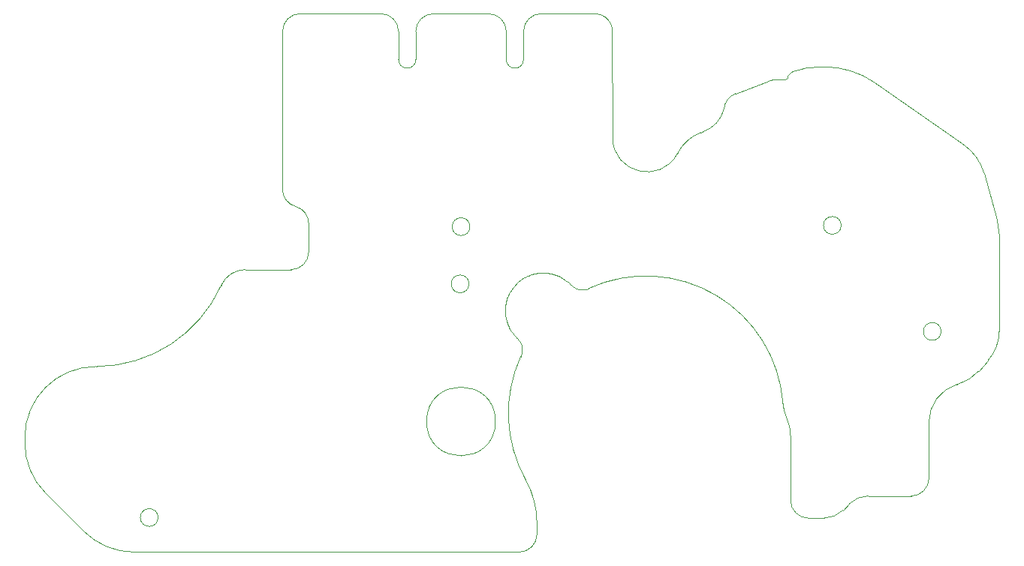
<source format=gbr>
%TF.GenerationSoftware,KiCad,Pcbnew,8.0.2*%
%TF.CreationDate,2025-05-18T15:38:24-07:00*%
%TF.ProjectId,PGS_Main_Board,5047535f-4d61-4696-9e5f-426f6172642e,rev?*%
%TF.SameCoordinates,Original*%
%TF.FileFunction,Profile,NP*%
%FSLAX46Y46*%
G04 Gerber Fmt 4.6, Leading zero omitted, Abs format (unit mm)*
G04 Created by KiCad (PCBNEW 8.0.2) date 2025-05-18 15:38:24*
%MOMM*%
%LPD*%
G01*
G04 APERTURE LIST*
%TA.AperFunction,Profile*%
%ADD10C,0.100000*%
%TD*%
%ADD11C,0.100000*%
G04 APERTURE END LIST*
D10*
X76861621Y-49736184D02*
X76875835Y-49752115D01*
X33903800Y-74165932D02*
G75*
G02*
X28246828Y-71822724I0J8000132D01*
G01*
X52653790Y-13361341D02*
X61732400Y-13361342D01*
X83859002Y-44428205D02*
X83825406Y-44415636D01*
X77835636Y-18546500D02*
G75*
G02*
X75885637Y-18534569I-975036J0D01*
G01*
X21590000Y-61214000D02*
G75*
G02*
X29589999Y-53214000I8000000J0D01*
G01*
X53608570Y-40262050D02*
X53608570Y-37080311D01*
X95212030Y-29128333D02*
G75*
G02*
X87876862Y-27340618I-3449730J1787733D01*
G01*
X114576013Y-68708321D02*
G75*
G02*
X116708623Y-67829632I2121387J-2121379D01*
G01*
D11*
X83825406Y-44415636D02*
X83727032Y-44376150D01*
X83634031Y-44332497D01*
X83539665Y-44280319D01*
X83476475Y-44238836D01*
D10*
X76662326Y-49500543D02*
X76674073Y-49514375D01*
X65682438Y-18546500D02*
G75*
G02*
X63732438Y-18534327I-975038J0D01*
G01*
X73885600Y-13361342D02*
G75*
G02*
X75885558Y-15361340I0J-1999958D01*
G01*
X52131182Y-35131549D02*
G75*
G02*
X50653941Y-33227669I522618J1930549D01*
G01*
D11*
X76160398Y-45073649D02*
X76218874Y-44952061D01*
X76282074Y-44831488D01*
X76349868Y-44712161D01*
X76422129Y-44594310D01*
X76498729Y-44478166D01*
X76579540Y-44363959D01*
X76664434Y-44251920D01*
X76753283Y-44142279D01*
X76845960Y-44035267D01*
X76942335Y-43931114D01*
X77008578Y-43863382D01*
X107376578Y-20752625D02*
X107468427Y-20708952D01*
X107503023Y-20682768D01*
D10*
X121540030Y-67829602D02*
X116708623Y-67829603D01*
X129783511Y-31396621D02*
X131255044Y-36617952D01*
X123550126Y-59482299D02*
X123550832Y-65829600D01*
X100450000Y-24090000D02*
G75*
G02*
X101722775Y-22393495I2000700J-175300D01*
G01*
X131479953Y-38245300D02*
X131479956Y-49204500D01*
X29589999Y-53213997D02*
X29696178Y-53208346D01*
X111712090Y-70329604D02*
X109954800Y-70329604D01*
X50653791Y-15361340D02*
G75*
G02*
X52653790Y-13361341I1999999J0D01*
G01*
X107515269Y-59021017D02*
X107525193Y-59049620D01*
X82659574Y-43528876D02*
X82685249Y-43549501D01*
X109954800Y-70329604D02*
G75*
G02*
X107954730Y-68341162I0J2000104D01*
G01*
X50653941Y-33227669D02*
X50653791Y-15361340D01*
X124931337Y-49253344D02*
G75*
G02*
X122931339Y-49253344I-999999J0D01*
G01*
X122931339Y-49253344D02*
G75*
G02*
X124931337Y-49253344I999999J0D01*
G01*
X77346590Y-74165932D02*
X33903800Y-74165932D01*
X131479956Y-49204500D02*
G75*
G02*
X130231164Y-52510303I-4999956J0D01*
G01*
D11*
X76662326Y-49500543D02*
X76592889Y-49408995D01*
X76524456Y-49313162D01*
X76457516Y-49213663D01*
X76403227Y-49128395D01*
X76350599Y-49041371D01*
X76309884Y-48970729D01*
D10*
X78076728Y-66006474D02*
G75*
G02*
X77510408Y-52084136I13551042J7523904D01*
G01*
X111732417Y-19365292D02*
G75*
G02*
X117443431Y-21143078I20483J-9996208D01*
G01*
X113656210Y-37269694D02*
G75*
G02*
X111656210Y-37269694I-1000000J0D01*
G01*
X111656210Y-37269694D02*
G75*
G02*
X113656210Y-37269694I1000000J0D01*
G01*
X123550126Y-59482299D02*
G75*
G02*
X126714013Y-55238183I4442074J-10101D01*
G01*
D11*
X85187409Y-44387375D02*
X85081913Y-44428248D01*
X84967871Y-44463560D01*
X84869138Y-44487975D01*
X84769464Y-44507180D01*
X84651811Y-44522486D01*
X84576377Y-44527509D01*
D10*
X131255044Y-36617952D02*
G75*
G02*
X131479953Y-38245300I-5774944J-1627348D01*
G01*
D11*
X76861621Y-49736184D02*
X76794799Y-49660957D01*
X76728847Y-49582503D01*
X76674073Y-49514375D01*
D10*
X23933159Y-67509091D02*
X28246810Y-71822742D01*
X107515269Y-59021017D02*
G75*
G02*
X107089871Y-57366306I4556431J2053417D01*
G01*
X107954732Y-68341162D02*
X107954343Y-61076250D01*
X83140598Y-43966677D02*
X83120674Y-43950313D01*
D11*
X77024289Y-43845427D02*
X77122410Y-43751238D01*
X77224418Y-43659749D01*
X77330125Y-43571123D01*
X77439345Y-43485519D01*
X77551894Y-43403099D01*
X77667583Y-43324024D01*
X77786228Y-43248456D01*
X77907641Y-43176556D01*
X78031638Y-43108485D01*
X78158031Y-43044404D01*
X78243533Y-43003980D01*
X107619562Y-20486769D02*
X107646913Y-20388099D01*
X107686050Y-20294966D01*
X107717642Y-20241748D01*
D10*
X80607164Y-42655336D02*
X80636789Y-42662270D01*
D11*
X80636789Y-42662270D02*
X80770974Y-42682719D01*
X80904853Y-42707896D01*
X81038269Y-42737750D01*
X81171067Y-42772231D01*
X81303090Y-42811291D01*
X81434183Y-42854879D01*
X81564189Y-42902945D01*
X81692952Y-42955440D01*
X81820315Y-43012315D01*
X81946124Y-43073518D01*
X82070221Y-43139002D01*
X82192451Y-43208715D01*
X82312657Y-43282609D01*
X82430684Y-43360633D01*
X82546374Y-43442739D01*
X82659574Y-43528876D01*
X107906133Y-20034696D02*
X107990541Y-19978679D01*
X108081810Y-19933899D01*
X108086259Y-19932244D01*
D10*
X87822243Y-14897109D02*
X87876864Y-27340618D01*
X76296933Y-48948416D02*
X76309884Y-48970729D01*
X61732400Y-13361342D02*
G75*
G02*
X63732439Y-15370118I0J-2000058D01*
G01*
X108086259Y-19932244D02*
G75*
G02*
X111373312Y-19360753I3332641J-9429556D01*
G01*
X21589986Y-61852170D02*
X21590000Y-61214000D01*
X36619144Y-70264161D02*
G75*
G02*
X34619142Y-70264161I-1000001J0D01*
G01*
X34619142Y-70264161D02*
G75*
G02*
X36619144Y-70264161I1000001J0D01*
G01*
X78076728Y-66006474D02*
X78084303Y-66020782D01*
D11*
X77510956Y-50558478D02*
X77554229Y-50662524D01*
X77590985Y-50768375D01*
X77621126Y-50875306D01*
X77644554Y-50982589D01*
X77661170Y-51089501D01*
X77670878Y-51195313D01*
X77672805Y-51237169D01*
D10*
X52131182Y-35131550D02*
G75*
G02*
X53608569Y-37080311I-522682J-1930650D01*
G01*
X114576013Y-68708321D02*
X113833423Y-69450914D01*
D11*
X77673961Y-51255554D02*
X77674648Y-51361748D01*
X77669368Y-51465717D01*
X77658299Y-51565198D01*
X77641620Y-51657928D01*
D10*
X75885637Y-15361340D02*
X75885638Y-18534569D01*
X46447475Y-42262425D02*
X51608584Y-42262060D01*
X77082370Y-49963217D02*
X77095510Y-49975478D01*
X74670969Y-59412060D02*
G75*
G02*
X66897105Y-59412060I-3886932J0D01*
G01*
X66897105Y-59412060D02*
G75*
G02*
X74670969Y-59412060I3886932J0D01*
G01*
D11*
X107717642Y-20241748D02*
X107777635Y-20160140D01*
X107846881Y-20084796D01*
X107906133Y-20034696D01*
D10*
X77516838Y-52064922D02*
X77510408Y-52084136D01*
X85229196Y-44364907D02*
G75*
G02*
X107085385Y-57337129I6398574J-14117653D01*
G01*
X71680803Y-43878285D02*
G75*
G02*
X69680805Y-43878285I-999999J0D01*
G01*
X69680805Y-43878285D02*
G75*
G02*
X71680803Y-43878285I999999J0D01*
G01*
X23933159Y-67509091D02*
G75*
G02*
X21590013Y-61852170I5656941J5656891D01*
G01*
X123550832Y-65829600D02*
G75*
G02*
X121540030Y-67829603I-2000032J0D01*
G01*
D11*
X105452075Y-20952153D02*
X105555413Y-20914361D01*
X105660143Y-20880809D01*
X105766135Y-20851534D01*
X105873258Y-20826574D01*
X105934930Y-20814263D01*
X75797007Y-47438853D02*
X75779493Y-47292105D01*
X75767339Y-47144519D01*
X75760524Y-46996285D01*
X75759031Y-46847599D01*
X75762839Y-46698653D01*
X75771929Y-46549640D01*
X75786283Y-46400753D01*
X75805881Y-46252186D01*
X75830705Y-46104131D01*
X75860735Y-45956783D01*
X75895951Y-45810333D01*
X75936336Y-45664977D01*
X75981870Y-45520905D01*
X76032534Y-45378313D01*
X76088309Y-45237392D01*
X76149176Y-45098337D01*
D10*
X95230565Y-29088870D02*
X95212030Y-29128333D01*
D11*
X77082370Y-49963217D02*
X77008106Y-49890723D01*
X76935746Y-49816380D01*
X76875835Y-49752115D01*
D10*
X77024289Y-43845427D02*
X77008578Y-43863382D01*
X43736373Y-44035894D02*
X43757157Y-44003254D01*
D11*
X107503023Y-20682768D02*
X107569856Y-20607509D01*
X107593079Y-20569988D01*
X105934930Y-20814263D02*
X106043464Y-20796173D01*
X106152585Y-20782507D01*
X106262157Y-20773277D01*
X106372045Y-20768497D01*
X106434929Y-20767768D01*
D10*
X127462631Y-28153628D02*
G75*
G02*
X129783512Y-31396621I-3441431J-4914872D01*
G01*
X97811197Y-26777752D02*
X98070515Y-26690945D01*
D11*
X77095510Y-49975478D02*
X77175048Y-50055314D01*
X77249259Y-50139354D01*
X77317794Y-50227020D01*
X77380305Y-50317736D01*
X77436441Y-50410926D01*
X77485856Y-50506013D01*
X77503662Y-50544451D01*
D10*
X76160398Y-45073649D02*
X76149176Y-45098337D01*
X79840498Y-13361342D02*
X85876900Y-13361342D01*
X79346587Y-70884141D02*
X79346588Y-72165898D01*
X65682438Y-15361300D02*
G75*
G02*
X67682400Y-13361338I1999962J0D01*
G01*
D11*
X107273533Y-20767768D02*
X107372804Y-20754361D01*
X107376578Y-20752625D01*
D10*
X83476475Y-44238836D02*
X83446133Y-44223724D01*
X77503662Y-50544451D02*
X77510956Y-50558478D01*
X126781697Y-55219220D02*
X126714013Y-55238184D01*
D11*
X83446133Y-44223724D02*
X83359272Y-44162746D01*
X83278016Y-44098442D01*
X83195879Y-44024248D01*
X83140598Y-43966677D01*
D10*
X107525193Y-59049620D02*
G75*
G02*
X107954343Y-61076250I-4570493J-2026580D01*
G01*
D11*
X77639937Y-51679250D02*
X77616371Y-51782818D01*
X77587524Y-51882980D01*
X77554109Y-51977695D01*
X77516838Y-52064922D01*
X107593079Y-20569988D02*
X107619562Y-20486769D01*
D10*
X100449999Y-24090000D02*
G75*
G02*
X98070515Y-26690946I-3526699J837500D01*
G01*
X113833423Y-69450914D02*
G75*
G02*
X111712090Y-70329597I-2121323J2121314D01*
G01*
X107085382Y-57337129D02*
X107089871Y-57366306D01*
X111373312Y-19360754D02*
X111732417Y-19365292D01*
X43757157Y-44003254D02*
G75*
G02*
X46447475Y-42262425I2722943J-1258846D01*
G01*
X67682400Y-13361338D02*
X73885600Y-13361342D01*
X79346588Y-72165898D02*
G75*
G02*
X77346590Y-74165888I-1999988J-2D01*
G01*
X84576377Y-44527509D02*
X84532302Y-44528690D01*
D11*
X78272326Y-42991185D02*
X78406319Y-42932571D01*
X78542843Y-42878773D01*
X78681698Y-42829834D01*
X78822682Y-42785797D01*
X78965592Y-42746705D01*
X79110229Y-42712600D01*
X79256389Y-42683526D01*
X79403872Y-42659526D01*
X79552475Y-42640642D01*
X79701999Y-42626918D01*
X79852240Y-42618397D01*
X80002998Y-42615121D01*
X80154071Y-42617134D01*
X80305257Y-42624479D01*
X80456355Y-42637199D01*
X80607164Y-42655336D01*
D10*
X78243533Y-43003980D02*
X78272326Y-42991185D01*
X71784036Y-37412061D02*
G75*
G02*
X69784038Y-37412061I-999999J0D01*
G01*
X69784038Y-37412061D02*
G75*
G02*
X71784036Y-37412061I999999J0D01*
G01*
X117443431Y-21143078D02*
X127462631Y-28153628D01*
X129170230Y-53714267D02*
G75*
G02*
X126781693Y-55219206I-3751230J3305767D01*
G01*
X43736373Y-44035894D02*
G75*
G02*
X29696178Y-53208346I-14146373J6321904D01*
G01*
X75797007Y-47438853D02*
X75800531Y-47461967D01*
X129170230Y-53714267D02*
X130231164Y-52510303D01*
X95230565Y-29088870D02*
G75*
G02*
X97811197Y-26777752I4420835J-2340030D01*
G01*
D11*
X76296933Y-48948416D02*
X76228689Y-48821801D01*
X76164613Y-48691836D01*
X76104816Y-48558769D01*
X76049411Y-48422847D01*
X75998509Y-48284316D01*
X75952222Y-48143424D01*
X75910662Y-48000417D01*
X75873942Y-47855544D01*
X75842173Y-47709051D01*
X75823799Y-47610611D01*
X75807709Y-47511633D01*
X75800531Y-47461967D01*
D10*
X77835636Y-15361300D02*
G75*
G02*
X79840498Y-13361342I1999964J0D01*
G01*
D11*
X84532302Y-44528690D02*
X84419679Y-44529374D01*
X84308222Y-44523495D01*
X84199011Y-44511390D01*
X84093123Y-44493397D01*
X83991636Y-44469852D01*
X83895629Y-44441093D01*
X83859002Y-44428205D01*
D10*
X63732439Y-15370118D02*
X63732438Y-18534327D01*
X85229196Y-44364907D02*
X85187409Y-44387375D01*
X106434929Y-20767768D02*
X107273533Y-20767768D01*
X77641620Y-51657928D02*
X77639937Y-51679250D01*
X77835636Y-18546500D02*
X77835636Y-15361300D01*
X101722775Y-22393495D02*
X105452075Y-20952153D01*
X77672805Y-51237169D02*
X77673961Y-51255554D01*
X85876900Y-13361342D02*
G75*
G02*
X87822243Y-14897109I0J-1999958D01*
G01*
X53608570Y-40262050D02*
G75*
G02*
X51608584Y-42262060I-2000010J0D01*
G01*
X65682438Y-18546500D02*
X65682438Y-15361300D01*
D11*
X82685249Y-43549501D02*
X82764800Y-43614039D01*
X82846484Y-43684444D01*
X82929251Y-43759844D01*
X83012048Y-43839368D01*
X83093823Y-43922147D01*
X83120674Y-43950313D01*
D10*
X78084303Y-66020782D02*
G75*
G02*
X79346566Y-70884141I-8737703J-4863318D01*
G01*
M02*

</source>
